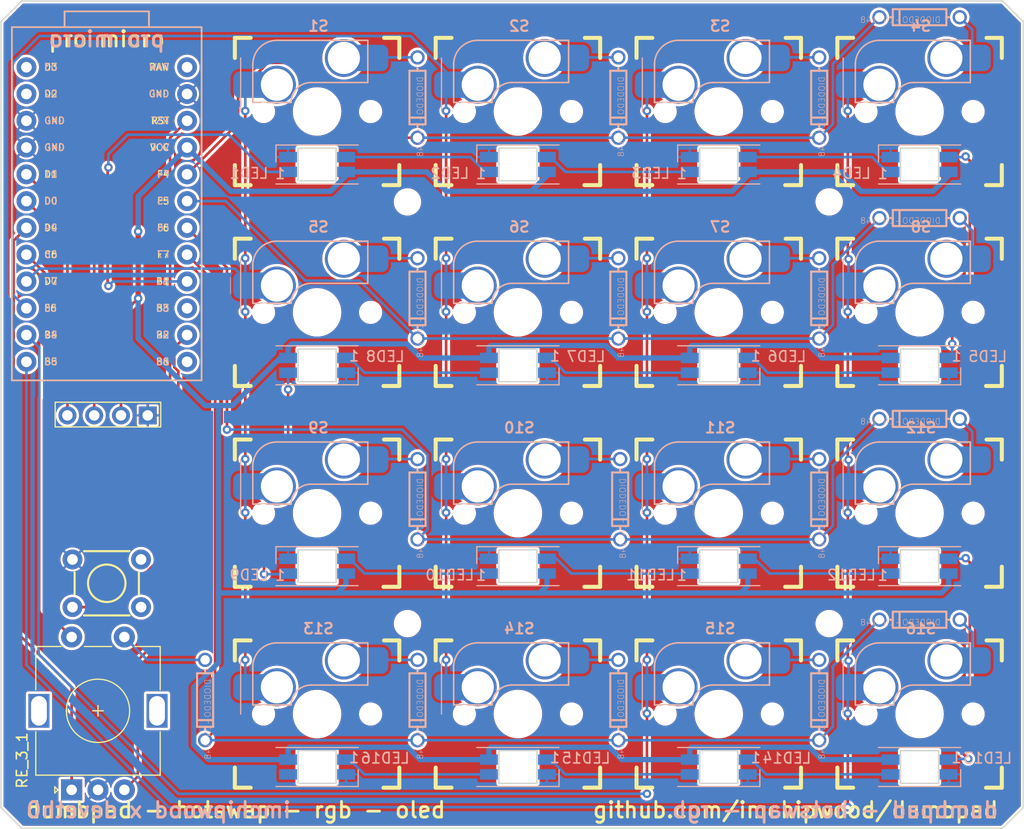
<source format=kicad_pcb>
(kicad_pcb (version 20211014) (generator pcbnew)
  (layers (0 "F.Cu" signal) (31 "B.Cu" signal) (34 "B.Paste" user) (35 "F.Paste" user) (36 "B.SilkS" user "B.Silkscreen") (37 "F.SilkS" user "F.Silkscreen") (38 "B.Mask" user) (39 "F.Mask" user) (44 "Edge.Cuts" user))
  (net 0 "")
  (net 1 "GND")
  (net 2 "/RAW")
  (net 3 "/RESET")
  (net 4 "/ROW0")
  (net 5 "/ROW1")
  (net 6 "VCC")
  (net 7 "/ROW2")
  (net 8 "/ROW3")
  (net 9 "/SCL")
  (net 10 "/SDA")
  (net 11 "/ENCODER0_L0")
  (net 13 "/COL4")
  (net 14 "/COL3")
  (net 15 "/COL2")
  (net 16 "/COL1")
  (net 17 "/COL0")
  (net 18 "/ENCODER0_L1")
  (net 19 "/NC{slash}RX{slash}D2")
  (net 20 "/NC{slash}TX{slash}D3")
  (net 21 "Net-(D1-PadA)")
  (net 22 "Net-(D2-PadA)")
  (net 23 "Net-(D3-PadA)")
  (net 24 "Net-(D4-PadA)")
  (net 25 "Net-(D5-PadA)")
  (net 26 "Net-(D6-PadA)")
  (net 27 "Net-(D7-PadA)")
  (net 28 "Net-(D8-PadA)")
  (net 29 "Net-(D9-PadA)")
  (net 30 "Net-(D10-PadA)")
  (net 31 "Net-(D11-PadA)")
  (net 32 "Net-(D12-PadA)")
  (net 33 "Net-(D13-PadA)")
  (net 34 "Net-(D14-PadA)")
  (net 35 "Net-(D15-PadA)")
  (net 36 "Net-(D16-PadA)")
  (net 38 "Net-(D20-PadA)")
  (net 39 "/KEY_LEDS")
  (net 40 "Net-(LED1-Pad2)")
  (net 41 "Net-(LED2-Pad2)")
  (net 42 "Net-(LED3-Pad2)")
  (net 43 "Net-(LED4-Pad2)")
  (net 44 "Net-(LED5-Pad2)")
  (net 45 "Net-(LED6-Pad2)")
  (net 46 "Net-(LED7-Pad2)")
  (net 47 "Net-(LED8-Pad2)")
  (net 48 "Net-(LED10-Pad4)")
  (net 49 "Net-(LED10-Pad2)")
  (net 50 "Net-(LED11-Pad2)")
  (net 51 "Net-(LED12-Pad2)")
  (net 52 "Net-(LED13-Pad2)")
  (net 53 "Net-(LED14-Pad2)")
  (net 54 "Net-(LED15-Pad2)")
  (footprint "dumbpad:TACTILE_SWITCH_PTH_6.0MM" (layer "F.Cu") (at 110.0511 121.0036)
    (fp_text reference "S17" hide)
    (fp_text value "MOMENTARY-SWITCH-SPST-PTH-6.0MM" hide)
  )
  (footprint "MountingHole:MountingHole_2.1mm" (layer "F.Cu") (at 138.5761 124.8286)
    (fp_text reference "REF**")
    (fp_text value "MountingHole_2.1mm")
  )
  (footprint "MountingHole:MountingHole_2.1mm" (layer "F.Cu") (at 178.5761 124.8286)
    (fp_text reference "REF**")
    (fp_text value "MountingHole_2.1mm")
  )
  (footprint "dumbpad:SPARKFUN_PRO_MICRO" (layer "F.Cu") (at 110.0511 84.7536)
    (fp_text reference "B1" hide)
    (fp_text value "SPARKFUN_PRO_MICRO" hide)
  )
  (footprint "dumbpad:OLED" (layer "F.Cu") (at 104.14 106.68 90)
    (fp_text reference "J1" hide)
    (fp_text value "Conn_01x04_Female" hide)
  )
  (footprint "Rotary_Encoder:RotaryEncoder_Alps_EC11E-Switch_Vertical_H20mm" (layer "F.Cu") (at 106.72 140.6 90)
    (fp_text reference "RE_3_1")
    (fp_text value "CHERRY-MX-ENCODER")
  )
  (footprint "MountingHole:MountingHole_2.1mm" (layer "F.Cu") (at 138.5761 84.8286)
    (fp_text reference "REF**")
    (fp_text value "MountingHole_2.1mm")
  )
  (footprint "MountingHole:MountingHole_2.1mm" (layer "F.Cu") (at 178.5761 84.8286)
    (fp_text reference "REF**")
    (fp_text value "MountingHole_2.1mm")
  )
  (footprint "Keyswitch:Kailh-CPG151101S11_MX_Socket-1.00u" (layer "B.Cu") (at 130.0011 76.2536 180)
    (fp_text reference "S1")
    (fp_text value "MOMENTARY-SWITCH-SPST-LED-PTH-CHERRY" hide)
  )
  (footprint "dumbpad:DO-1N4148" (layer "B.Cu") (at 158.75 113.03 -90)
    (fp_text reference "D10" hide)
    (fp_text value "DIODEDO-1N4148")
  )
  (footprint "Library:YS-SK6812MINI-E" (layer "B.Cu") (at 149.0511 100.33 180)
    (fp_text reference "LED7")
    (fp_text value "SK6812MINI")
    (fp_line (start -1.8 -1.55) (end 1.8 -1.55) (layer "Edge.Cuts") (width 0.12))
    (fp_line (start 1.8 -1.55) (end 1.8 1.55) (layer "Edge.Cuts") (width 0.12))
    (fp_line (start 1.8 1.55) (end -1.8 1.55) (layer "Edge.Cuts") (width 0.12))
    (fp_line (start -1.8 1.55) (end -1.8 -1.55) (layer "Edge.Cuts") (width 0.12))
  )
  (footprint "Keyswitch:Kailh-CPG151101S11_MX_Socket-1.00u" (layer "B.Cu") (at 168.1011 133.4036 180)
    (fp_text reference "S15")
    (fp_text value "MOMENTARY-SWITCH-SPST-LED-PTH-CHERRY" hide)
  )
  (footprint "Keyswitch:Kailh-CPG151101S11_MX_Socket-1.00u" (layer "B.Cu") (at 187.1511 95.3036 180)
    (fp_text reference "S8")
    (fp_text value "MOMENTARY-SWITCH-SPST-LED-PTH-CHERRY" hide)
  )
  (footprint "Keyswitch:Kailh-CPG151101S11_MX_Socket-1.00u" (layer "B.Cu") (at 149.0511 76.2536 180)
    (fp_text reference "S2")
    (fp_text value "MOMENTARY-SWITCH-SPST-LED-PTH-CHERRY" hide)
  )
  (footprint "dumbpad:DO-1N4148" (layer "B.Cu") (at 187.1511 86.36 180)
    (fp_text reference "D8" hide)
    (fp_text value "DIODEDO-1N4148")
  )
  (footprint "dumbpad:DO-1N4148" (layer "B.Cu") (at 158.5761 93.98 -90)
    (fp_text reference "D6" hide)
    (fp_text value "DIODEDO-1N4148")
  )
  (footprint "Library:YS-SK6812MINI-E" (layer "B.Cu") (at 187.1511 81.28)
    (fp_text reference "LED4")
    (fp_text value "SK6812MINI")
    (fp_line (start 1.8 1.55) (end -1.8 1.55) (layer "Edge.Cuts") (width 0.12))
    (fp_line (start -1.8 -1.55) (end 1.8 -1.55) (layer "Edge.Cuts") (width 0.12))
    (fp_line (start -1.8 1.55) (end -1.8 -1.55) (layer "Edge.Cuts") (width 0.12))
    (fp_line (start 1.8 -1.55) (end 1.8 1.55) (layer "Edge.Cuts") (width 0.12))
  )
  (footprint "Keyswitch:Kailh-CPG151101S11_MX_Socket-1.00u" (layer "B.Cu") (at 187.1511 76.2536 180)
    (fp_text reference "S4")
    (fp_text value "MOMENTARY-SWITCH-SPST-LED-PTH-CHERRY" hide)
  )
  (footprint "Keyswitch:Kailh-CPG151101S11_MX_Socket-1.00u" (layer "B.Cu") (at 130.0011 95.3036 180)
    (fp_text reference "S5")
    (fp_text value "MOMENTARY-SWITCH-SPST-LED-PTH-CHERRY" hide)
  )
  (footprint "dumbpad:DO-1N4148" (layer "B.Cu") (at 187.1511 67.31 180)
    (fp_text reference "D4" hide)
    (fp_text value "DIODEDO-1N4148")
  )
  (footprint "Library:YS-SK6812MINI-E" (layer "B.Cu") (at 187.1511 119.38)
    (fp_text reference "LED12")
    (fp_text value "SK6812MINI")
    (fp_line (start 1.8 -1.55) (end 1.8 1.55) (layer "Edge.Cuts") (width 0.12))
    (fp_line (start -1.8 -1.55) (end 1.8 -1.55) (layer "Edge.Cuts") (width 0.12))
    (fp_line (start 1.8 1.55) (end -1.8 1.55) (layer "Edge.Cuts") (width 0.12))
    (fp_line (start -1.8 1.55) (end -1.8 -1.55) (layer "Edge.Cuts") (width 0.12))
  )
  (footprint "Library:YS-SK6812MINI-E" (layer "B.Cu") (at 168.1011 81.28)
    (fp_text reference "LED3")
    (fp_text value "SK6812MINI")
    (fp_line (start -1.8 -1.55) (end 1.8 -1.55) (layer "Edge.Cuts") (width 0.12))
    (fp_line (start 1.8 -1.55) (end 1.8 1.55) (layer "Edge.Cuts") (width 0.12))
    (fp_line (start -1.8 1.55) (end -1.8 -1.55) (layer "Edge.Cuts") (width 0.12))
    (fp_line (start 1.8 1.55) (end -1.8 1.55) (layer "Edge.Cuts") (width 0.12))
  )
  (footprint "Keyswitch:Kailh-CPG151101S11_MX_Socket-1.00u" (layer "B.Cu") (at 149.0511 133.4036 180)
    (fp_text reference "S14")
    (fp_text value "MOMENTARY-SWITCH-SPST-LED-PTH-CHERRY" hide)
  )
  (footprint "Keyswitch:Kailh-CPG151101S11_MX_Socket-1.00u" (layer "B.Cu") (at 168.1011 114.3536 180)
    (fp_text reference "S11")
    (fp_text value "MOMENTARY-SWITCH-SPST-LED-PTH-CHERRY" hide)
  )
  (footprint "Library:YS-SK6812MINI-E" (layer "B.Cu") (at 130.0011 138.43 180)
    (fp_text reference "LED16")
    (fp_text value "SK6812MINI")
    (fp_line (start -1.8 -1.55) (end 1.8 -1.55) (layer "Edge.Cuts") (width 0.12))
    (fp_line (start 1.8 1.55) (end -1.8 1.55) (layer "Edge.Cuts") (width 0.12))
    (fp_line (start 1.8 -1.55) (end 1.8 1.55) (layer "Edge.Cuts") (width 0.12))
    (fp_line (start -1.8 1.55) (end -1.8 -1.55) (layer "Edge.Cuts") (width 0.12))
  )
  (footprint "Keyswitch:Kailh-CPG151101S11_MX_Socket-1.00u" (layer "B.Cu") (at 168.1011 95.3036 180)
    (fp_text reference "S7")
    (fp_text value "MOMENTARY-SWITCH-SPST-LED-PTH-CHERRY" hide)
  )
  (footprint "Keyswitch:Kailh-CPG151101S11_MX_Socket-1.00u" (layer "B.Cu") (at 149.0511 95.3036 180)
    (fp_text reference "S6")
    (fp_text value "MOMENTARY-SWITCH-SPST-LED-PTH-CHERRY" hide)
  )
  (footprint "dumbpad:DO-1N4148" (layer "B.Cu") (at 139.5261 113.03 -90)
    (fp_text reference "D9" hide)
    (fp_text value "DIODEDO-1N4148")
  )
  (footprint "dumbpad:DO-1N4148" (layer "B.Cu") (at 177.6261 113.03 -90)
    (fp_text reference "D11" hide)
    (fp_text value "DIODEDO-1N4148")
  )
  (footprint "Library:YS-SK6812MINI-E" (layer "B.Cu") (at 149.0511 119.38)
    (fp_text reference "LED10")
    (fp_text value "SK6812MINI")
    (fp_line (start -1.8 1.55) (end -1.8 -1.55) (layer "Edge.Cuts") (width 0.12))
    (fp_line (start 1.8 1.55) (end -1.8 1.55) (layer "Edge.Cuts") (width 0.12))
    (fp_line (start 1.8 -1.55) (end 1.8 1.55) (layer "Edge.Cuts") (width 0.12))
    (fp_line (start -1.8 -1.55) (end 1.8 -1.55) (layer "Edge.Cuts") (width 0.12))
  )
  (footprint "dumbpad:DO-1N4148" (layer "B.Cu") (at 139.5261 132.08 -90)
    (fp_text reference "D13" hide)
    (fp_text value "DIODEDO-1N4148")
  )
  (footprint "Library:YS-SK6812MINI-E" (layer "B.Cu") (at 149.0511 81.28)
    (fp_text reference "LED2")
    (fp_text value "SK6812MINI")
    (fp_line (start -1.8 -1.55) (end 1.8 -1.55) (layer "Edge.Cuts") (width 0.12))
    (fp_line (start 1.8 1.55) (end -1.8 1.55) (layer "Edge.Cuts") (width 0.12))
    (fp_line (start -1.8 1.55) (end -1.8 -1.55) (layer "Edge.Cuts") (width 0.12))
    (fp_line (start 1.8 -1.55) (end 1.8 1.55) (layer "Edge.Cuts") (width 0.12))
  )
  (footprint "Keyswitch:Kailh-CPG151101S11_MX_Socket-1.00u" (layer "B.Cu") (at 187.1511 114.3536 180)
    (fp_text reference "S12")
    (fp_text value "MOMENTARY-SWITCH-SPST-LED-PTH-CHERRY" hide)
  )
  (footprint "dumbpad:DO-1N4148" (layer "B.Cu") (at 119.38 132.08 -90)
    (fp_text reference "D20" hide)
    (fp_text value "DIODEDO-1N4148")
  )
  (footprint "Library:YS-SK6812MINI-E" (layer "B.Cu") (at 187.1511 138.43 180)
    (fp_text reference "LED13")
    (fp_text value "SK6812MINI")
    (fp_line (start -1.8 -1.55) (end 1.8 -1.55) (layer "Edge.Cuts") (width 0.12))
    (fp_line (start 1.8 -1.55) (end 1.8 1.55) (layer "Edge.Cuts") (width 0.12))
    (fp_line (start 1.8 1.55) (end -1.8 1.55) (layer "Edge.Cuts") (width 0.12))
    (fp_line (start -1.8 1.55) (end -1.8 -1.55) (layer "Edge.Cuts") (width 0.12))
  )
  (footprint "dumbpad:DO-1N4148" (layer "B.Cu") (at 177.6261 93.98 -90)
    (fp_text reference "D7" hide)
    (fp_text value "DIODEDO-1N4148")
  )
  (footprint "Library:YS-SK6812MINI-E" (layer "B.Cu") (at 187.1511 100.33 180)
    (fp_text reference "LED5")
    (fp_text value "SK6812MINI")
    (fp_line (start 1.8 -1.55) (end 1.8 1.55) (layer "Edge.Cuts") (width 0.12))
    (fp_line (start -1.8 1.55) (end -1.8 -1.55) (layer "Edge.Cuts") (width 0.12))
    (fp_line (start 1.8 1.55) (end -1.8 1.55) (layer "Edge.Cuts") (width 0.12))
    (fp_line (start -1.8 -1.55) (end 1.8 -1.55) (layer "Edge.Cuts") (width 0.12))
  )
  (footprint "Keyswitch:Kailh-CPG151101S11_MX_Socket-1.00u" (layer "B.Cu") (at 168.1011 76.2536 180)
    (fp_text reference "S3")
    (fp_text value "MOMENTARY-SWITCH-SPST-LED-PTH-CHERRY" hide)
  )
  (footprint "dumbpad:DO-1N4148" (layer "B.Cu") (at 139.5261 93.98 -90)
    (fp_text reference "D5" hide)
    (fp_text value "DIODEDO-1N4148")
  )
  (footprint "dumbpad:DO-1N4148" (layer "B.Cu") (at 187.1511 124.46 180)
    (fp_text reference "D16" hide)
    (fp_text value "DIODEDO-1N4148")
  )
  (footprint "dumbpad:DO-1N4148" (layer "B.Cu") (at 158.5761 132.08 -90)
    (fp_text reference "D14" hide)
    (fp_text value "DIODEDO-1N4148")
  )
  (footprint "dumbpad:DO-1N4148" (layer "B.Cu") (at 177.6261 74.93 -90)
    (fp_text reference "D3" hide)
    (fp_text value "DIODEDO-1N4148")
  )
  (footprint "dumbpad:DO-1N4148" (layer "B.Cu") (at 177.6261 132.08 -90)
    (fp_text reference "D15" hide)
    (fp_text value "DIODEDO-1N4148")
  )
  (footprint "Library:YS-SK6812MINI-E" (layer "B.Cu") (at 168.1011 100.33 180)
    (fp_text reference "LED6")
    (fp_text value "SK6812MINI")
    (fp_line (start -1.8 1.55) (end -1.8 -1.55) (layer "Edge.Cuts") (width 0.12))
    (fp_line (start 1.8 1.55) (end -1.8 1.55) (layer "Edge.Cuts") (width 0.12))
    (fp_line (start 1.8 -1.55) (end 1.8 1.55) (layer "Edge.Cuts") (width 0.12))
    (fp_line (start -1.8 -1.55) (end 1.8 -1.55) (layer "Edge.Cuts") (width 0.12))
  )
  (footprint "Library:YS-SK6812MINI-E" (layer "B.Cu") (at 130.0011 81.28)
    (fp_text reference "LED1")
    (fp_text value "SK6812MINI")
    (fp_line (start 1.8 -1.55) (end 1.8 1.55) (layer "Edge.Cuts") (width 0.12))
    (fp_line (start 1.8 1.55) (end -1.8 1.55) (layer "Edge.Cuts") (width 0.12))
    (fp_line (start -1.8 -1.55) (end 1.8 -1.55) (layer "Edge.Cuts") (width 0.12))
    (fp_line (start -1.8 1.55) (end -1.8 -1.55) (layer "Edge.Cuts") (width 0.12))
  )
  (footprint "Keyswitch:Kailh-CPG151101S11_MX_Socket-1.00u" (layer "B.Cu") (at 130.0011 133.4072 180)
    (fp_text reference "S13")
    (fp_text value "MOMENTARY-SWITCH-SPST-LED-PTH-CHERRY" hide)
  )
  (footprint "Library:YS-SK6812MINI-E" (layer "B.Cu") (at 130.0011 119.38)
    (fp_text reference "LED9")
    (fp_text value "SK6812MINI")
    (fp_line (start -1.8 1.55) (end -1.8 -1.55) (layer "Edge.Cuts") (width 0.12))
    (fp_line (start -1.8 -1.55) (end 1.8 -1.55) (layer "Edge.Cuts") (width 0.12))
    (fp_line (start 1.8 1.55) (end -1.8 1.55) (layer "Edge.Cuts") (width 0.12))
    (fp_line (start 1.8 -1.55) (end 1.8 1.55) (layer "Edge.Cuts") (width 0.12))
  )
  (footprint "Keyswitch:Kailh-CPG151101S11_MX_Socket-1.00u" (layer "B.Cu") (at 130.0011 114.3536 180)
    (fp_text reference "S9")
    (fp_text value "MOMENTARY-SWITCH-SPST-LED-PTH-CHERRY" hide)
  )
  (footprint "Library:YS-SK6812MINI-E" (layer "B.Cu") (at 168.1011 119.38)
    (fp_text reference "LED11")
    (fp_text value "SK6812MINI")
    (fp_line (start 1.8 -1.55) (end 1.8 1.55) (layer "Edge.Cuts") (width 0.12))
    (fp_line (start -1.8 -1.55) (end 1.8 -1.55) (layer "Edge.Cuts") (width 0.12))
    (fp_line (start 1.8 1.55) (end -1.8 1.55) (layer "Edge.Cuts") (width 0.12))
    (fp_line (start -1.8 1.55) (end -1.8 -1.55) (layer "Edge.Cuts") (width 0.12))
  )
  (footprint "dumbpad:DO-1N4148" (layer "B.Cu") (at 139.5261 74.93 -90)
    (fp_text reference "D1" hide)
    (fp_text value "DIODEDO-1N4148")
  )
  (footprint "Keyswitch:Kailh-CPG151101S11_MX_Socket-1.00u" (layer "B.Cu") (at 187.1511 133.4072 180)
    (fp_text reference "S16")
    (fp_text value "MOMENTARY-SWITCH-SPST-LED-PTH-CHERRY" hide)
  )
  (footprint "Library:YS-SK6812MINI-E" (layer "B.Cu") (at 149.0511 138.43 180)
    (fp_text reference "LED15")
    (fp_text value "SK6812MINI")
    (fp_line (start 1.8 1.55) (end -1.8 1.55) (layer "Edge.Cuts") (width 0.12))
    (fp_line (start -1.8 -1.55) (end 1.8 -1.55) (layer "Edge.Cuts") (width 0.12))
    (fp_line (start -1.8 1.55) (end -1.8 -1.55) (layer "Edge.Cuts") (width 0.12))
    (fp_line (start 1.8 -1.55) (end 1.8 1.55) (layer "Edge.Cuts") (width 0.12))
  )
  (footprint "dumbpad:DO-1N4148" (layer "B.Cu") (at 187.1511 105.41 180)
    (fp_text reference "D12" hide)
    (fp_text value "DIODEDO-1N4148")
  )
  (footprint "Library:YS-SK6812MINI-E" (layer "B.Cu") (at 130.0011 100.33 180)
    (fp_text reference "LED8")
    (fp_text value "SK6812MINI")
    (fp_line (start 1.8 1.55) (end -1.8 1.55) (layer "Edge.Cuts") (width 0.12))
    (fp_line (start -1.8 1.55) (end -1.8 -1.55) (layer "Edge.Cuts") (width 0.12))
    (fp_line (start -1.8 -1.55) (end 1.8 -1.55) (layer "Edge.Cuts") (width 0.12))
    (fp_line (start 1.8 -1.55) (end 1.8 1.55) (layer "Edge.Cuts") (width 0.12))
  )
  (footprint "dumbpad:DO-1N4148" (layer "B.Cu") (at 158.5761 74.93 -90)
    (fp_text reference "D2" hide)
    (fp_text value "DIODEDO-1N4148")
  )
  (footprint "Library:YS-SK6812MINI-E" (layer "B.Cu") (at 168.1011 138.43 180)
    (fp_text reference "LED14")
    (fp_text value "SK6812MINI")
    (fp_line (start -1.8 -1.55) (end 1.8 -1.55) (layer "Edge.Cuts") (width 0.12))
    (fp_line (start -1.8 1.55) (end -1.8 -1.55) (layer "Edge.Cuts") (width 0.12))
    (fp_line (start 1.8 -1.55) (end 1.8 1.55) (layer "Edge.Cuts") (width 0.12))
    (fp_line (start 1.8 1.55) (end -1.8 1.55) (layer "Edge.Cuts") (width 0.12))
  )
  (footprint "Keyswitch:Kailh-CPG151101S11_MX_Socket-1.00u" (layer "B.Cu") (at 149.0511 114.3536 180)
    (fp_text reference "S10")
    (fp_text value "MOMENTARY-SWITCH-SPST-LED-PTH-CHERRY" hide)
  )
  (gr_line (start 106.0511 68.2536) (end 114.0511 68.2536) (layer "B.SilkS") (width 0.1524))
  (gr_line (start 114.0511 68.2536) (end 119.0511 68.2536) (layer "B.SilkS") (width 0.1524))
  (gr_line (start 106.0511 66.7536) (end 114.0511 66.7536) (layer "B.SilkS") (width 0.1524))
  (gr_line (start 101.0511 68.2536) (end 106.0511 68.2536) (layer "B.SilkS") (width 0.1524))
  (gr_line (start 119.0511 68.2536) (end 119.0511 101.7536) (layer "B.SilkS") (width 0.1524))
  (gr_line (start 106.0511 68.2536) (end 106.0511 66.7536) (layer "B.SilkS") (width 0.1524))
  (gr_line (start 114.0511 66.7536) (end 114.0511 68.2536) (layer "B.SilkS") (width 0.1524))
  (gr_line (start 119.0511 101.7536) (end 101.0511 101.7536) (layer "B.SilkS") (width 0.1524))
  (gr_line (start 101.0511 101.7536) (end 101.0511 68.2536) (layer "B.SilkS") (width 0.1524))
  (gr_line (start 119.0511 68.2536) (end 119.0511 101.7536) (layer "F.SilkS") (width 0.1524))
  (gr_line (start 106.0511 66.7536) (end 114.0511 66.7536) (layer "F.SilkS") (width 0.1524))
  (gr_line (start 106.0511 68.2536) (end 106.0511 66.7536) (layer "F.SilkS") (width 0.1524))
  (gr_line (start 114.0511 66.7536) (end 114.0511 68.2536) (layer "F.SilkS") (width 0.1524))
  (gr_line (start 114.0511 68.2536) (end 119.0511 68.2536) (layer "F.SilkS") (width 0.1524))
  (gr_line (start 101.0511 68.2536) (end 106.0511 68.2536) (layer "F.SilkS") (width 0.1524))
  (gr_line (start 101.0511 101.7536) (end 101.0511 68.2536) (layer "F.SilkS") (width 0.1524))
  (gr_line (start 119.0511 101.7536) (end 101.0511 101.7536) (layer "F.SilkS") (width 0.1524))
  (gr_line (start 106.0511 68.2536) (end 114.0511 68.2536) (layer "F.SilkS") (width 0.1524))
  (gr_line (start 197.0011 67.7536) (end 195.0011 65.7536) (layer "Edge.Cuts") (width 0.1524))
  (gr_line (start 100.0011 67.7536) (end 100.0011 142.2536) (layer "Edge.Cuts") (width 0.1524))
  (gr_line (start 102.0011 65.7536) (end 100.0011 67.7536) (layer "Edge.Cuts") (width 0.1524))
  (gr_line (start 100.0011 142.2536) (end 102.0011 144.2536) (layer "Edge.Cuts") (width 0.1524))
  (gr_line (start 197.0011 142.2536) (end 197.0011 67.7536) (layer "Edge.Cuts") (width 0.1524))
  (gr_line (start 195.0011 144.2536) (end 197.0011 142.2536) (layer "Edge.Cuts") (width 0.1524))
  (gr_line (start 195.0011 65.7536) (end 102.0011 65.7536) (layer "Edge.Cuts") (width 0.1524))
  (gr_line (start 102.0011 144.2536) (end 195.0011 144.2536) (layer "Edge.Cuts") (width 0.1524))
  (gr_text "pro micro" (at 110.0511 70.2536) (layer "B.SilkS") (effects (font (size 1.4875 1.4875) (thickness 0.2625)) (justify bottom mirror)))
  (gr_text "C6" (at 104.0511 89.8236) (layer "B.SilkS") (effects (font (size 0.6375 0.6375) (thickness 0.1125)) (justify right mirror)))
  (gr_text "E6" (at 104.0511 94.9036) (layer "B.SilkS") (effects (font (size 0.6375 0.6375) (thickness 0.1125)) (justify right mirror)))
  (gr_text "B3" (at 116.0511 94.9036) (layer "B.SilkS") (effects (font (size 0.6375 0.6375) (thickness 0.1125)) (justify left mirror)))
  (gr_text "VCC" (at 116.0511 79.6636) (layer "B.SilkS") (effects (font (size 0.6375 0.6375) (thickness 0.1125)) (justify left mirror)))
  (gr_text "F6" (at 116.0511 87.2836) (layer "B.SilkS") (effects (font (size 0.6375 0.6375) (thickness 0.1125)) (justify left mirror)))
  (gr_text "D7" (at 104.0511 92.3636) (layer "B.SilkS") (effects (font (size 0.6375 0.6375) (thickness 0.1125)) (justify right mirror)))
  (gr_text "F7" (at 116.0511 89.8236) (layer "B.SilkS") (effects (font (size 0.6375 0.6375) (thickness 0.1125)) (justify left mirror)))
  (gr_text "GND" (at 104.0511 79.6636) (layer "B.SilkS") (effects (font (size 0.6375 0.6375) (thickness 0.1125)) (justify right mirror)))
  (gr_text "B6" (at 116.0511 99.9836) (layer "B.SilkS") (effects (font (size 0.6375 0.6375) (thickness 0.1125)) (justify left mirror)))
  (gr_text "D4" (at 104.0511 87.2836) (layer "B.SilkS") (effects (font (size 0.6375 0.6375) (thickness 0.1125)) (justify right mirror)))
  (gr_text "B5" (at 104.0511 99.9836) (layer "B.SilkS") (effects (font (size 0.6375 0.6375) (thickness 0.1125)) (justify right mirror)))
  (gr_text "RST" (at 116.0511 77.1236) (layer "B.SilkS") (effects (font (size 0.6375 0.6375) (thickness 0.1125)) (justify left mirror)))
  (gr_text "RAW" (at 116.0511 72.0436) (layer "B.SilkS") (effects (font (size 0.6375 0.6375) (thickness 0.1125)) (justify left mirror)))
  (gr_text "GND" (at 116.0511 74.5836) (layer "B.SilkS") (effects (font (size 0.6375 0.6375) (thickness 0.1125)) (justify left mirror)))
  (gr_text "D3" (at 104.0511 72.0436) (layer "B.SilkS") (effects (font (size 0.6375 0.6375) (thickness 0.1125)) (justify right mirror)))
  (gr_text "D0" (at 104.0511 84.7436) (layer "B.SilkS") (effects (font (size 0.6375 0.6375) (thickness 0.1125)) (justify right mirror)))
  (gr_text "B1" (at 116.0511 92.3636) (layer "B.SilkS") (effects (font (size 0.6375 0.6375) (thickness 0.1125)) (justify left mirror)))
  (gr_text "B2" (at 116.0511 97.4436) (layer "B.SilkS") (effects (font (size 0.6375 0.6375) (thickness 0.1125)) (justify left mirror)))
  (gr_text "D1" (at 104.0511 82.2036) (layer "B.SilkS") (effects (font (size 0.6375 0.6375) (thickness 0.1125)) (justify right mirror)))
  (gr_text "imchipwood x deveth0" (at 102.2511 143.3786) (layer "B.SilkS") (effects (font (size 1.4875 1.4875) (thickness 0.2625)) (justify right bottom mirror)))
  (gr_text "D2" (at 104.0511 74.5836) (layer "B.SilkS") (effects (font (size 0.6375 0.6375) (thickness 0.1125)) (justify right mirror)))
  (gr_text "F5" (at 116.0511 84.7436) (layer "B.SilkS") (effects (font (size 0.6375 0.6375) (thickness 0.1125)) (justify left mirror)))
  (gr_text "GND" (at 104.0511 77.1236) (layer "B.SilkS") (effects (font (size 0.6375 0.6375) (thickness 0.1125)) (justify right mirror)))
  (gr_text "B4" (at 104.0511 97.4436) (layer "B.SilkS") (effects (font (size 0.6375 0.6375) (thickness 0.1125)) (justify right mirror)))
  (gr_text "dumbpad - hotswap - rgb" (at 194.7511 143.3786) (layer "B.SilkS") (effects (font (size 1.4875 1.4875) (thickness 0.2625)) (justify left bottom mirror)))
  (gr_text "F4" (at 116.0511 82.2036) (layer "B.SilkS") (effects (font (size 0.6375 0.6375) (thickness 0.1125)) (justify left mirror)))
  (gr_text "D4" (at 104.0511 87.2836) (layer "F.SilkS") (effects (font (size 0.6375 0.6375) (thickness 0.1125)) (justify left)))
  (gr_text "F7" (at 116.0511 89.8236) (layer "F.SilkS") (effects (font (size 0.6375 0.6375) (thickness 0.1125)) (justify right)))
  (gr_text "B5" (at 104.0511 99.9836) (layer "F.SilkS") (effects (font (size 0.6375 0.6375) (thickness 0.1125)) (justify left)))
  (gr_text "D7" (at 104.0511 92.3636) (layer "F.SilkS") (effects (font (size 0.6375 0.6375) (thickness 0.1125)) (justify left)))
  (gr_text "B1" (at 116.0511 92.3636) (layer "F.SilkS") (effects (font (size 0.6375 0.6375) (thickness 0.1125)) (justify right)))
  (gr_text "B2" (at 116.0511 97.4436) (layer "F.SilkS") (effects (font (size 0.6375 0.6375) (thickness 0.1125)) (justify right)))
  (gr_text "C6" (at 104.0511 89.8236) (layer "F.SilkS") (effects (font (size 0.6375 0.6375) (thickness 0.1125)) (justify left)))
  (gr_text "B4" (at 104.0511 97.4436) (layer "F.SilkS") (effects (font (size 0.6375 0.6375) (thickness 0.1125)) (justify left)))
  (gr_text "D3" (at 104.0511 72.0436) (layer "F.SilkS") (effects (font (size 0.6375 0.6375) (thickness 0.1125)) (justify left)))
  (gr_text "VCC" (at 116.0511 79.6636) (layer "F.SilkS") (effects (font (size 0.6375 0.6375) (thickness 0.1125)) (justify right)))
  (gr_text "E6" (at 104.0511 94.9036) (layer "F.SilkS") (effects (font (size 0.6375 0.6375) (thickness 0.1125)) (justify left)))
  (gr_text "pro micro" (at 110.0511 70.2536) (layer "F.SilkS") (effects (font (size 1.4875 1.4875) (thickness 0.2625)) (justify bottom)))
  (gr_text "RAW" (at 116.0511 72.0436) (layer "F.SilkS") (effects (font (size 0.6375 0.6375) (thickness 0.1125)) (justify right)))
  (gr_text "dumbpad - hotswap - rgb - oled" (at 102.2511 143.3786) (layer "F.SilkS") (effects (font (size 1.4875 1.4875) (thickness 0.2625)) (justify left bottom)))
  (gr_text "D0" (at 104.0511 84.7436) (layer "F.SilkS") (effects (font (size 0.6375 0.6375) (thickness 0.1125)) (justify left)))
  (gr_text "B6" (at 116.0511 99.9836) (layer "F.SilkS") (effects (font (size 0.6375 0.6375) (thickness 0.1125)) (justify right)))
  (gr_text "D2" (at 104.0511 74.5836) (layer "F.SilkS") (effects (font (size 0.6375 0.6375) (thickness 0.1125)) (justify left)))
  (gr_text "F5" (at 116.0511 84.7436) (layer "F.SilkS") (effects (font (size 0.6375 0.6375) (thickness 0.1125)) (justify right)))
  (gr_text "GND" (at 116.0511 74.5836) (layer "F.SilkS") (effects (font (size 0.6375 0.6375) (thickness 0.1125)) (justify right)))
  (gr_text "RST" (at 116.0511 77.1236) (layer "F.SilkS") (effects (font (size 0.6375 0.6375) (thickness 0.1125)) (justify right)))
  (gr_text "F6" (at 116.0511 87.2836) (layer "F.SilkS") (effects (font (size 0.6375 0.6375) (thickness 0.1125)) (justify right)))
  (gr_text "GND" (at 104.0511 77.1236) (layer "F.SilkS") (effects (font (size 0.6375 0.6375) (thickness 0.1125)) (justify left)))
  (gr_text "github.com/imchipwood/dumbpad" (at 194.7511 143.3786) (layer "F.SilkS") (effects (font (size 1.4875 1.4875) (thickness 0.2625)) (justify right bottom)))
  (gr_text "B3" (at 116.0511 94.9036) (layer "F.SilkS") (effects (font (size 0.6375 0.6375) (thickness 0.1125)) (justify right)))
  (gr_text "D1" (at 104.0511 82.2036) (layer "F.SilkS") (effects (font (size 0.6375 0.6375) (thickness 0.1125)) (justify left)))
  (gr_text "F4" (at 116.0511 82.2036) (layer "F.SilkS") (effects (font (size 0.6375 0.6375) (thickness 0.1125)) (justify right)))
  (gr_text "GND" (at 104.0511 79.6636) (layer "F.SilkS") (effects (font (size 0.6375 0.6375) (thickness 0.1125)) (justify left)))
  (segment (start 113.94 78.3247) (end 117.6711 74.5936) (width 0.25) (layer "F.Cu") (net 1))
  (segment (start 113.94 105.08) (end 113.94 78.3247) (width 0.25) (layer "F.Cu") (net 1))
  (segment (start 106.7999 123.2642) (end 110.4158 123.2642) (width 0.25) (layer "F.Cu") (net 3))
  (segment (start 113.806481 119.9602) (end 116.0515 117.715181) (width 0.25) (layer "F.Cu") (net 3))
  (segment (start 116.0515 78.7532) (end 117.6711 77.1336) (width 0.25) (layer "F.Cu") (net 3))
  (segment (start 110.4158 123.2642) (end 113.7198 119.9602) (width 0.25) (layer "F.Cu") (net 3))
  (segment (start 116.0515 117.715181) (end 116.0515 78.7532) (width 0.25) (layer "F.Cu") (net 3))
  (segment (start 113.7198 119.9602) (end 113.806481 119.9602) (width 0.25) (layer "F.Cu") (net 3))
  (segment (start 122.513089 77.371611) (end 122.513089 74.454414) (width 0.25) (layer "F.Cu") (net 4))
  (segment (start 125.330814 71.636689) (end 128.812981 71.636689) (width 0.25) (layer "F.Cu") (net 4))
  (segment (start 133.35 76.254235) (end 135.835765 78.74) (width 0.25) (layer "F.Cu") (net 4))
  (segment (start 133.35 76.173708) (end 133.35 76.254235) (width 0.25) (layer "F.Cu") (net 4))
  (segment (start 122.513089 74.454414) (end 125.330814 71.636689) (width 0.25) (layer "F.Cu") (net 4))
  (segment (start 117.6711 82.2136) (end 122.513089 77.371611) (width 0.25) (layer "F.Cu") (net 4))
  (segment (start 128.812981 71.636689) (end 133.35 76.173708) (width 0.25) (layer "F.Cu") (net 4))
  (segment (start 135.835765 78.74) (end 139.5261 78.74) (width 0.25) (layer "F.Cu") (net 4))
  (segment (start 177.6261 78.74) (end 158.5761 78.74) (width 0.25) (layer "B.Cu") (net 4))
  (segment (start 183.3411 67.31) (end 178.92418 71.72692) (width 0.25) (layer "B.Cu") (net 4))
  (segment (start 158.5761 78.74) (end 139.5261 78.74) (width 0.25) (layer "B.Cu") (net 4))
  (segment (start 178.92418 71.72692) (end 178.92418 77.44192) (width 0.25) (layer "B.Cu") (net 4))
  (segment (start 178.92418 77.44192) (end 177.6261 78.74) (width 0.25) (layer "B.Cu") (net 4))
  (segment (start 139.5261 97.79) (end 134.036611 92.300511) (width 0.25) (layer "B.Cu") (net 5))
  (segment (start 178.92418 90.77692) (end 178.92418 96.49192) (width 0.25) (layer "B.Cu") (net 5))
  (segment (start 183.3411 86.36) (end 178.92418 90.77692) (width 0.25) (layer "B.Cu") (net 5))
  (segment (start 178.92418 96.49192) (end 177.6261 97.79) (width 0.25) (layer "B.Cu") (net 5))
  (segment (start 121.3296 84.7536) (end 117.6711 84.7536) (width 0.25) (layer "B.Cu") (net 5))
  (segment (start 134.036611 92.300511) (end 128.876511 92.300511) (width 0.25) (layer "B.Cu") (net 5))
  (segment (start 128.876511 92.300511) (end 121.3296 84.7536) (width 0.25) (layer "B.Cu") (net 5))
  (segment (start 158.5761 97.79) (end 139.5261 97.79) (width 0.25) (layer "B.Cu") (net 5))
  (segment (start 177.6261 97.79) (end 158.5761 97.79) (width 0.25) (layer "B.Cu") (net 5))
  (segment (start 113.03 93.98) (end 113.03 87.63) (width 0.5) (layer "F.Cu") (net 6))
  (segment (start 111.4 105.08) (end 111.4 95.61) (width 0.25) (layer "F.Cu") (net 6))
  (segment (start 111.4 95.61) (end 113.03 93.98) (width 0.25) (layer "F.Cu") (net 6))
  (via (at 113.03 87.63) (size 0.8) (drill 0.4) (layers "F.Cu" "B.Cu") (net 6))
  (via (at 113.03 93.98) (size 0.8) (drill 0.4) (layers "F.Cu" "B.Cu") (net 6))
  (segment (start 140.4 81.98) (end 142.24 83.82) (width 0.5) (layer "B.Cu") (net 6))
  (segment (start 132.7511 82.340637) (end 132.7511 81.98) (width 0.5) (layer "B.Cu") (net 6))
  (segment (start 120.65 128.522983) (end 120.65 121.92) (width 0.5) (layer "B.Cu") (net 6))
  (segment (start 131.271737 83.82) (end 132.7511 82.340637) (width 0.5) (layer "B.Cu") (net 6))
  (segment (start 165.3511 99.63) (end 165.3511 98.63) (width 0.5) (layer "B.Cu") (net 6))
  (segment (start 118.303089 130.869894) (end 120.65 128.522983) (width 0.5) (layer "B.Cu") (net 6))
  (segment (start 127.2511 99.63) (end 127.2511 98.63) (width 0.5) (layer "B.Cu") (net 6))
  (segment (start 177.862 99.63) (end 184.4011 99.63) (width 0.5) (layer "B.Cu") (net 6))
  (segment (start 139.762 137.73) (end 146.3011 137.73) (width 0.5) (layer "B.Cu") (net 6))
  (segment (start 181.61 83.82) (end 188.421737 83.82) (width 0.5) (layer "B.Cu") (net 6))
  (segment (start 138.58628 136.55428) (end 139.762 137.73) (width 0.5) (layer "B.Cu") (net 6))
  (segment (start 150.321737 83.82) (end 151.8011 82.340637) (width 0.5) (layer "B.Cu") (net 6))
  (segment (start 176.68628 98.45428) (end 177.862 99.63) (width 0.5) (layer "B.Cu") (net 6))
  (segment (start 121.8175 83.82) (end 131.271737 83.82) (width 0.5) (layer "B.Cu") (net 6))
  (segment (start 120.65 104.14) (end 120.65 121.92) (width 0.5) (layer "B.Cu") (net 6))
  (segment (start 165.52682 136.55428) (end 176.68628 136.55428) (width 0.5) (layer "B.Cu") (net 6))
  (segment (start 151.8011 120.08) (end 151.8011 121.2489) (width 0.5) (layer "B.Cu") (net 6))
  (segment (start 165.3511 137.73) (end 165.3511 136.73) (width 0.5) (layer "B.Cu") (net 6))
  (segment (start 131.9111 121.92) (end 189.23 121.92) (width 0.5) (layer "B.Cu") (net 6))
  (segment (start 120.65 104.14) (end 121.92 104.14) (width 0.5) (layer "B.Cu") (net 6))
  (segment (start 117.6711 79.6736) (end 121.8175 83.82) (width 0.5) (layer "B.Cu") (net 6))
  (segment (start 151.8011 121.2489) (end 151.13 121.92) (width 0.5) (layer "B.Cu") (net 6))
  (segment (start 118.303089 130.869894) (end 118.303089 136.336072) (width 0.5) (layer "B.Cu") (net 6))
  (segment (start 176.68628 136.55428) (end 177.862 137.73) (width 0.5) (layer "B.Cu") (net 6))
  (segment (start 127.2511 137.73) (end 127.2511 136.73) (width 0.5) (layer "B.Cu") (net 6))
  (segment (start 170.8511 81.98) (end 179.77 81.98) (width 0.5) (layer "B.Cu") (net 6))
  (segment (start 113.03 87.63) (end 113.03 84.3147) (width 0.5) (layer "B.Cu") (net 6))
  (segment (start 165.3511 98.63) (end 165.52682 98.45428) (width 0.5) (layer "B.Cu") (net 6))
  (segment (start 177.862 137.73) (end 184.4011 137.73) (width 0.5) (layer "B.Cu") (net 6))
  (segment (start 127.5831 98.298) (end 138.511117 98.298) (width 0.5) (layer "B.Cu") (net 6))
  (segment (start 127.42682 136.55428) (end 138.58628 136.55428) (width 0.5) (layer "B.Cu") (net 6))
  (segment (start 189.9011 82.340637) (end 189.9011 81.98) (width 0.5) (layer "B.Cu") (net 6))
  (segment (start 146.3011 137.73) (end 146.3011 136.73) (width 0.5) (layer "B.Cu") (net 6))
  (segment (start 146.47682 136.55428) (end 157.717397 136.55428) (width 0.5) (layer "B.Cu") (net 6))
  (segment (start 146.3011 136.73) (end 146.47682 136.55428) (width 0.5) (layer "B.Cu") (net 6))
  (segment (start 189.9011 121.2489) (end 189.23 121.92) (width 0.5) (layer "B.Cu") (net 6))
  (segment (start 146.3011 98.63) (end 146.47682 98.45428) (width 0.5) (layer "B.Cu") (net 6))
  (segment (start 120.65 121.92) (end 131.9111 121.92) (width 0.5) (layer "B.Cu") (net 6))
  (segment (start 170.8511 82.340637) (end 170.8511 81.98) (width 0.5) (layer "B.Cu") (net 6))
  (segment (start 170.8511 120.08) (end 170.8511 121.2489) (width 0.5) (layer "B.Cu") (net 6))
  (segment (start 113.03 84.3147) (end 117.6711 79.6736) (width 0.5) (layer "B.Cu") (net 6))
  (segment (start 150.321737 83.82) (end 169.371737 83.82) (width 0.5) (layer "B.Cu") (net 6))
  (segment (start 158.558 99.63) (end 165.3511 99.63) (width 0.5) (layer "B.Cu") (net 6))
  (segment (start 126.497278 99.63) (end 121.987278 104.14) (width 0.5) (layer "B.Cu") (net 6))
  (segment (start 121.987278 104.14) (end 121.92 104.14) (width 0.5) (layer "B.Cu") (net 6))
  (segment (start 139.843117 99.63) (end 146.3011 99.63) (width 0.5) (layer "B.Cu") (net 6))
  (segment (start 142.24 83.82) (end 150.321737 83.82) (width 0.5) (layer "B.Cu") (net 6))
  (segment (start 189.9011 120.08) (end 189.9011 121.2489) (width 0.5) (layer "B.Cu") (net 6))
  (segment (start 151.8011 82.340637) (end 151.8011 81.98) (width 0.5) (layer "B.Cu") (net 6))
  (segment (start 146.47682 98.45428) (end 157.38228 98.45428) (width 0.5) (layer "B.Cu") (net 6))
  (segment (start 132.7511 121.08) (end 132.7511 120.08) (width 0.5) (layer "B.Cu") (net 6))
  (segment (start 188.421737 83.82) (end 189.9011 82.340637) (width 0.5) (layer "B.Cu") (net 6))
  (segment (start 170.8511 121.2489) (end 170.18 121.92) (width 0.5) (layer "B.Cu") (net 6))
  (segment (start 138.511117 98.298) (end 139.843117 99.63) (width 0.5) (layer "B.Cu") (net 6))
  (segment (start 113.03 97.79) (end 113.03 93.98) (width 0.5) (layer "B.Cu") (net 6))
  (segment (start 165.52682 98.45428) (end 176.68628 98.45428) (width 0.5) (layer "B.Cu") (net 6))
  (segment (start 119.697017 137.73) (end 127.2511 137.73) (width 0.5) (layer "B.Cu") (net 6))
  (segment (start 119.38 104.14) (end 113.03 97.79) (width 0.5) (layer "B.Cu") (net 6))
  (segment (start 132.7511 81.98) (end 140.4 81.98) (width 0.5) (layer "B.Cu") (net 6))
  (segment (start 127.2511 99.63) (end 126.497278 99.63) (width 0.5) (layer "B.Cu") (net 6))
  (segment (start 127.2511 136.73) (end 127.42682 136.55428) (width 0.5) (layer "B.Cu") (net 6))
  (segment (start 127.2511 98.63) (end 127.5831 98.298) (width 0.5) (layer "B.Cu") (net 6))
  (segment (start 157.717397 136.55428) (end 158.893117 137.73) (width 0.5) (layer "B.Cu") (net 6))
  (segment (start 158.893117 137.73) (end 165.3511 137.73) (width 0.5) (layer "B.Cu") (net 6))
  (segment (start 165.3511 136.73) (end 165.52682 136.55428) (width 0.5) (layer "B.Cu") (net 6))
  (segment (start 118.303089 136.336072) (end 119.697017 137.73) (width 0.5) (layer "B.Cu") (net 6))
  (segment (start 146.3011 99.63) (end 146.3011 98.63) (width 0.5) (layer "B.Cu") (net 6))
  (segment (start 179.77 81.98) (end 181.61 83.82) (width 0.5) (layer "B.Cu") (net 6))
  (segment (start 169.371737 83.82) (end 170.8511 82.340637) (width 0.5) (layer "B.Cu") (net 6))
  (segment (start 157.38228 98.45428) (end 158.558 99.63) (width 0.5) (layer "B.Cu") (net 6))
  (segment (start 131.9111 121.92) (end 132.7511 121.08) (width 0.5) (layer "B.Cu") (net 6))
  (segment (start 120.65 104.14) (end 119.38 104.14) (width 0.5) (layer "B.Cu") (net 6))
  (segment (start 121.4519 91.0744) (end 121.4519 106.426) (width 0.25) (layer "F.Cu") (net 7))
  (segment (start 117.6711 87.2936) (end 121.4519 91.0744) (width 0.25) (layer "F.Cu") (net 7))
  (via (at 121.4519 106.426) (size 0.8) (drill 0.4) (layers "F.Cu" "B.Cu") (net 7))
  (segment (start 138.078307 106.426) (end 140.478011 108.825704) (width 0.25) (layer "B.Cu") (net 7))
  (segment (start 121.4519 106.426) (end 138.078307 106.426) (width 0.25) (layer "B.Cu") (net 7))
  (segment (start 183.3411 105.41) (end 178.92418 109.82692) (width 0.25) (layer "B.Cu") (net 7))
  (segment (start 139.5261 116.84) (end 158.75 116.84) (width 0.25) (layer "B.Cu") (net 7))
  (segment (start 178.92418 115.54192) (end 177.6261 116.84) (width 0.25) (layer "B.Cu") (net 7))
  (segment (start 140.478011 108.825704) (end 140.478011 115.888089) (width 0.25) (layer "B.Cu") (net 7))
  (segment (start 158.75 116.84) (end 177.6261 116.84) (width 0.25) (layer "B.Cu") (net 7))
  (segment (start 140.478011 115.888089) (end 139.5261 116.84) (width 0.25) (layer "B.Cu") (net 7))
  (segment (start 178.92418 109.82692) (end 178.92418 115.54192) (width 0.25) (layer "B.Cu") (net 7))
  (segment (start 120.331911 134.938089) (end 120.331911 92.494411) (width 0.25) (layer "F.Cu") (net 8))
  (segment (start 119.38 135.89) (end 120.331911 134.938089) (width 0.25) (layer "F.Cu") (net 8))
  (segment (start 120.331911 92.494411) (end 117.6711 89.8336) (width 0.25) (layer "F.Cu") (net 8))
  (segment (start 158.5761 135.89) (end 139.5261 135.89) (width 0.25) (layer "B.Cu") (net 8))
  (segment (start 119.38 135.89) (end 139.5261 135.89) (width 0.25) (layer "B.Cu") (net 8))
  (segment (start 183.3411 124.46) (end 178.92418 128.87692) (width 0.25) (layer "B.Cu") (net 8))
  (segment (start 177.6261 135.89) (end 158.5761 135.89) (width 0.25) (layer "B.Cu") (net 8))
  (segment (start 178.92418 134.59192) (end 177.6261 135.89) (width 0.25) (layer "B.Cu") (net 8))
  (segment (start 178.92418 128.87692) (end 178.92418 134.59192) (width 0.25) (layer "B.Cu") (net 8))
  (segment (start 108.86 88.6425) (end 102.4311 82.2136) (width 0.25) (layer "F.Cu") (net 9))
  (segment (start 108.86 105.08) (end 108.86 88.6425) (width 0.25) (layer "F.Cu") (net 9))
  (segment (start 106.32 88.6425) (end 102.4311 84.7536) (width 0.25) (layer "F.Cu") (net 10))
  (segment (start 106.32 105.08) (end 106.32 88.6425) (width 0.25) (layer "F.Cu") (net 10))
  (segment (start 112.996911 139.323089) (end 111.72 140.6) (width 0.25) (layer "F.Cu") (net 11))
  (segment (start 116.84 124.46) (end 112.996911 128.303089) (width 0.25) (layer "F.Cu") (net 11))
  (segment (start 116.4539 100.497781) (end 116.84 100.883881) (width 0.25) (layer "F.Cu") (net 11))
  (segment (start 116.84 100.883881) (end 116.84 124.46) (width 0.25) (layer "F.Cu") (net 11))
  (segment (start 117.6711 97.4536) (end 116.4539 98.6708) (width 0.25) (layer "F.Cu") (net 11))
  (segment (start 112.996911 128.303089) (end 112.996911 139.323089) (width 0.25) (layer "F.Cu") (net 11))
  (segment (start 116.4539 98.6708) (end 116.4539 100.497781) (width 0.25) (layer "F.Cu") (net 11))
  (segment (start 180.34 90.17) (end 180.414191 90.244191) (width 0.25) (layer "F.Cu") (net 13))
  (segment (start 180.34 128.27) (end 180.414191 128.344191) (width 0.25) (layer "F.Cu") (net 13))
  (segment (start 180.34 109.22) (end 180.414191 109.294191) (width 0.25) (layer "F.Cu") (net 13))
  (segment (start 180.34 76.2) (end 180.34 90.17) (width 0.25) (layer "F.Cu") (net 13))
  (segment (start 180.34 114.3) (end 180.34 128.27) (width 0.25) (layer "F.Cu") (net 13))
  (segment (start 180.34 95.25) (end 180.34 109.22) (width 0.25) (layer "F.Cu") (net 13))
  (segment (start 180.34 142.24) (end 180.34 133.35) (width 0.25) (layer "F.Cu") (net 13))
  (via (at 180.34 133.35) (size 0.8) (drill 0.4) (layers "F.Cu" "B.Cu") (net 13))
  (via (at 180.34 142.24) (size 0.8) (drill 0.4) (layers "F.Cu" "B.Cu") (net 13))
  (via (at 180.414191 128.344191) (size 0.8) (drill 0.4) (layers "F.Cu" "B.Cu") (net 13))
  (via (at 180.414191 109.294191) (size 0.8) (drill 0.4) (layers "F.Cu" "B.Cu") (net 13))
  (via (at 180.34 95.25) (size 0.8) (drill 0.4) (layers "F.Cu" "B.Cu") (net 13))
  (via (at 180.34 114.3) (size 0.8) (drill 0.4) (layers "F.Cu" "B.Cu") (net 13))
  (via (at 180.414191 90.244191) (size 0.8) (drill 0.4) (layers "F.Cu" "B.Cu") (net 13))
  (via (at 180.34 76.2) (size 0.8) (drill 0.4) (layers "F.Cu" "B.Cu") (net 13))
  (segment (start 180.414191 92.226691) (end 180.9511 92.7636) (width 0.25) (layer "B.Cu") (net 13))
  (segment (start 180.414191 109.294191) (end 180.414191 111.276691) (width 0.25) (layer "B.Cu") (net 13))
  (segment (start 180.34 133.35) (end 180.34 131.4783) (width 0.25) (layer "B.Cu") (net 13))
  (segment (start 102.4311 99.9936) (end 102.4311 128.757278) (width 0.25) (layer "B.Cu") (net 13))
  (segment (start 180.34 93.3747) (end 180.34 95.25) (width 0.25) (layer "B.Cu") (net 13))
  (segment (start 180.414191 128.344191) (end 180.414191 130.330291) (width 0.25) (layer "B.Cu") (net 13))
  (segment (start 180.414191 90.244191) (end 180.414191 92.226691) (width 0.25) (layer "B.Cu") (net 13))
  (segment (start 180.34 112.4247) (end 180.34 114.3) (width 0.25) (layer "B.Cu") (net 13))
  (segment (start 180.9511 92.7636) (end 180.34 93.3747) (width 0.25) (layer "B.Cu") (net 13))
  (segment (start 180.414191 111.276691) (end 180.9511 111.8136) (width 0.25) (layer "B.Cu") (net 13))
  (segment (start 180.414191 130.330291) (end 180.9511 130.8672) (width 0.25) (layer "B.Cu") (net 13))
  (segment (start 180.34 74.3247) (end 180.34 76.2) (width 0.25) (layer "B.Cu") (net 13))
  (segment (start 180.9511 73.7136) (end 180.34 74.3247) (width 0.25) (layer "B.Cu") (net 13))
  (segment (start 180.34 131.4783) (end 180.9511 130.8672) (width 0.25) (layer "B.Cu") (net 13))
  (segment (start 102.4311 128.757278) (end 115.913822 142.24) (width 0.25) (layer "B.Cu") (net 13))
  (segment (start 115.913822 142.24) (end 180.34 142.24) (width 0.25) (layer "B.Cu") (net 13))
  (segment (start 180.9511 111.8136) (end 180.34 112.4247) (width 0.25) (layer "B.Cu") (net 13))
  (segment (start 161.29 133.35) (end 161.29 140.97) (width 0.25) (layer "F.Cu") (net 14))
  (segment (start 161.29 95.25) (end 161.29 109.22) (width 0.25) (layer "F.Cu") (net 14))
  (segment (start 161.29 114.3) (end 161.29 128.27) (width 0.25) (layer "F.Cu") (net 14))
  (segment (start 161.29 76.2) (end 161.29 90.17) (width 0.25) (layer "F.Cu") (net 14))
  (via (at 161.29 140.97) (size 0.8) (drill 0.4) (layers "F.Cu" "B.Cu") (net 14))
  (via (at 161.29 128.27) (size 0.8) (drill 0.4) (layers "F.Cu" "B.Cu") (net 14))
  (via (at 161.29 95.25) (size 0.8) (drill 0.4) (layers "F.Cu" "B.Cu") (net 14))
  (via (at 161.29 109.22) (size 0.8) (drill 0.4) (layers "F.Cu" "B.Cu") (net 14))
  (via (at 161.29 76.2) (size 0.8) (drill 0.4) (layers "F.Cu" "B.Cu") (net 14))
  (via (at 161.29 133.35) (size 0.8) (drill 0.4) (layers "F.Cu" "B.Cu") (net 14))
  (via (at 161.29 90.17) (size 0.8) (drill 0.4) (layers "F.Cu" "B.Cu") (net 14))
  (via (at 161.29 114.3) (size 0.8) (drill 0.4) (layers "F.Cu" "B.Cu") (net 14))
  (segment (start 161.29 112.4247) (end 161.29 114.3) (width 0.25) (layer "B.Cu") (net 14))
  (segment (start 103.647811 103.362189) (end 103.584389 103.425611) (width 0.25) (layer "B.Cu") (net 14))
  (segment (start 161.29 90.17) (end 161.29 92.1525) (width 0.25) (layer "B.Cu") (net 14))
  (segment (start 161.9011 111.8136) (end 161.29 112.4247) (width 0.25) (layer "B.Cu") (net 14))
  (segment (start 103.584389 103.425611) (end 103.584389 127.714389) (width 0.25) (layer "B.Cu") (net 14))
  (segment (start 161.29 140.97) (end 116.84 140.97) (width 0.25) (layer "B.Cu") (net 14))
  (segment (start 161.29 131.4747) (end 161.9011 130.8636) (width 0.25) (layer "B.Cu") (net 14))
  (segment (start 161.29 111.2025) (end 161.9011 111.8136) (width 0.25) (layer "B.Cu") (net 14))
  (segment (start 161.29 128.27) (end 161.29 130.2525) (width 0.25) (layer "B.Cu") (net 14))
  (segment (start 161.29 92.1525) (end 161.9011 92.7636) (width 0.25) (layer "B.Cu") (net 14))
  (segment (start 161.9011 73.7136) (end 161.29 74.3247) (width 0.25) (layer "B.Cu") (net 14))
  (segment (start 161.29 130.2525) (end 161.9011 130.8636) (width 0.25) (layer "B.Cu") (net 14))
  (segment (start 161.29 74.3247) (end 161.29 76.2) (width 0.25) (layer "B.Cu") (net 14))
  (segment (start 161.29 93.3747) (end 161.29 95.25) (width 0.25) (layer "B.Cu") (net 14))
  (segment (start 103.647811 98.670311) (end 103.647811 103.362189) (width 0.25) (layer "B.Cu") (net 14))
  (segment (start 102.4311 97.4536) (end 103.647811 98.670311) (width 0.25) (layer "B.Cu") (net 14))
  (segment (start 161.9011 92.7636) (end 161.29 93.3747) (width 0.25) (layer "B.Cu") (net 14))
  (segment (start 161.29 109.22) (end 161.29 111.2025) (width 0.25) (layer "B.Cu") (net 14))
  (segment (start 103.584389 127.714389) (end 116.84 140.97) (width 0.25) (layer "B.Cu") (net 14))
  (segment (start 161.29 133.35) (end 161.29 131.4747) (width 0.25) (layer "B.Cu") (net 14))
  (segment (start 142.24 76.2) (end 142.24 90.17) (width 0.25) (layer "F.Cu") (net 15))
  (segment (start 142.24 114.3) (end 142.24 128.27) (width 0.25) (layer "F.Cu") (net 15))
  (segment (start 142.24 95.25) (end 142.24 109.22) (width 0.25) (layer "F.Cu") (net 15))
  (via (at 142.24 128.27) (size 0.8) (drill 0.4) (layers "F.Cu" "B.Cu") (net 15))
  (via (at 142.24 76.2) (size 0.8) (drill 0.4) (layers "F.Cu" "B.Cu") (net 15))
  (via (at 142.24 90.17) (size 0.8) (drill 0.4) (layers "F.Cu" "B.Cu") (net 15))
  (via (at 142.24 95.25) (size 0.8) (drill 0.4) (layers "F.Cu" "B.Cu") (net 15))
  (via (at 142.24 109.22) (size 0.8) (drill 0.4) (layers "F.Cu" "B.Cu") (net 15))
  (via (at 142.24 114.3) (size 0.8) (drill 0.4) (layers "F.Cu" "B.Cu") (net 15))
  (segment (start 142.24 90.17) (end 142.24 92.1525) (width 0.25) (layer "B.Cu") (net 15))
  (segment (start 101.092 71.67201) (end 103.667321 69.096689) (width 0.25) (layer "B.Cu") (net 15))
  (segment (start 102.4311 94.9136) (end 101.092 93.5745) (width 0.25) (layer "B.Cu") (net 15))
  (segment (start 142.24 130.2525) (end 142.8511 130.8636) (width 0.25) (layer "B.Cu") (net 15))
  (segment (start 101.092 93.5745) (end 101.092 71.67201) (width 0.25) (layer "B.Cu") (net 15))
  (segment (start 142.24 112.4247) (end 142.24 114.3) (width 0.25) (layer "B.Cu") (net 15))
  (segment (start 142.8511 73.7136) (end 142.24 74.3247) (width 0.25) (layer "B.Cu") (net 15))
  (segment (start 142.8511 73.098793) (end 142.8511 73.7136) (width 0.25) (layer "B.Cu") (net 15))
  (segment (start 142.8511 111.8136) (end 142.24 112.4247) (width 0.25) (layer "B.Cu") (net 15))
  (segment (start 142.24 111.2025) (end 142.8511 111.8136) (width 0.25) (layer "B.Cu") (net 15))
  (segment (start 142.24 74.3247) (end 142.24 76.2) (width 0.25) (layer "B.Cu") (net 15))
  (segment (start 103.667321 69.096689) (end 138.848996 69.096689) (width 0.25) (layer "B.Cu") (net 15))
  (segment (start 142.8511 92.7636) (end 142.24 93.3747) (width 0.25) (layer "B.Cu") (net 15))
  (segment (start 142.24 93.3747) (end 142.24 95.25) (width 0.25) (layer "B.Cu") (net 15))
  (segment (start 142.24 109.22) (end 142.24 111.2025) (width 0.25) (layer "B.Cu") (net 15))
  (segment (start 142.24 128.27) (end 142.24 130.2525) (width 0.25) (layer "B.Cu") (net 15))
  (segment (start 142.24 92.1525) (end 142.8511 92.7636) (width 0.25) (layer "B.Cu") (net 15))
  (segment (start 138.848996 69.096689) (end 142.8511 73.098793) (width 0.25) (layer "B.Cu") (net 15))
  (segment (start 123.19 114.3) (end 123.19 128.27) (width 0.25) (layer "F.Cu") (net 16))
  (segment (start 123.19 95.25) (end 123.19 109.22) (width 0.25) (layer "F.Cu") (net 16))
  (segment (start 123.19 76.2) (end 123.19 90.17) (width 0.25) (layer "F.Cu") (net 16))
  (via (at 123.19 90.17) (size 0.8) (drill 0.4) (layers "F.Cu" "B.Cu") (net 16))
  (via (at 123.19 95.25) (size 0.8) (drill 0.4) (layers "F.Cu" "B.Cu") (net 16))
  (via (at 123.19 76.2) (size 0.8) (drill 0.4) (layers "F.Cu" "B.Cu") (net 16))
  (via (at 123.19 114.3) (size 0.8) (drill 0.4) (layers "F.Cu" "B.Cu") (net 16))
  (via (at 123.19 109.22) (size 0.8) (drill 0.4) (layers "F.Cu" "B.Cu") (net 16))
  (via (at 123.19 128.27) (size 0.8) (drill 0.4) (layers "F.Cu" "B.Cu") (net 16))
  (segment (start 123.8011 73.7136) (end 123.19 74.3247) (width 0.25) (layer "B.Cu") (net 16))
  (segment (start 123.19 130.2561) (end 123.8011 130.8672) (width 0.25) (layer "B.Cu") (net 16))
  (segment (start 102.4311 92.3736) (end 103.647811 91.156889) (width 0.25) (layer "B.Cu") (net 16))
  (segment (start 123.8011 92.7636) (end 123.19 93.3747) (width 0.25) (layer "B.Cu") (net 16))
  (segment (start 103.647811 91.156889) (end 122.194389 91.156889) (width 0.25) (layer "B.Cu") (net 16))
  (segment (start 123.19 90.17) (end 123.19 92.1525) (width 0.25) (layer "B.Cu") (net 16))
  (segment (start 123.19 112.4247) (end 123.19 114.3) (width 0.25) (layer "B.Cu") (net 16))
  (segment (start 123.19 111.2025) (end 123.8011 111.8136) (width 0.25) (layer "B.Cu") (net 16))
  (segment (start 123.8011 111.8136) (end 123.19 112.4247) (width 0.25) (layer "B.Cu") (net 16))
  (segment (start 122.194389 91.156889) (end 123.8011 92.7636) (width 0.25) (layer "B.Cu") (net 16))
  (segment (start 123.19 74.3247) (end 123.19 76.2) (width 0.25) (layer "B.Cu") (net 16))
  (segment (start 123.19 128.27) (end 123.19 130.2561) (width 0.25) (layer "B.Cu") (net 16))
  (segment (start 123.19 109.22) (end 123.19 111.2025) (width 0.25) (layer "B.Cu") (net 16))
  (segment (start 123.19 93.3747) (end 123.19 95.25) (width 0.25) (layer "B.Cu") (net 16))
  (segment (start 104.14 123.52) (end 104.14 91.5425) (width 0.25) (layer "F.Cu") (net 17))
  (segment (start 104.14 91.5425) (end 102.4311 89.8336) (width 0.25) (layer "F.Cu") (net 17))
  (segment (start 106.72 126.1) (end 104.14 123.52) (width 0.25) (layer "F.Cu") (net 17))
  (segment (start 106.72 130.85) (end 101.214389 125.344389) (width 0.25) (layer "F.Cu") (net 18))
  (segment (start 101.214389 125.344389) (end 101.214389 88.510311) (width 0.25) (layer "F.Cu") (net 18))
  (segment (start 101.214389 88.510311) (end 102.4311 87.2936) (width 0.25) (layer "F.Cu") (net 18))
  (segment (start 106.72 140.6) (end 106.72 130.85) (width 0.25) (layer "F.Cu") (net 18))
  (segment (start 135.0547 71.12) (end 139.5261 71.12) (width 0.25) (layer "B.Cu") (net 21))
  (segment (start 135.0011 71.1736) (end 135.0547 71.12) (width 0.25) (layer "B.Cu") (net 21))
  (segment (start 154.1047 71.12) (end 158.5761 71.12) (width 0.25) (layer "B.Cu") (net 22))
  (segment (start 154.0511 71.1736) (end 154.1047 71.12) (width 0.25) (layer "B.Cu") (net 22))
  (segment (start 173.1547 71.12) (end 177.6261 71.12) (width 0.25) (layer "B.Cu") (net 23))
  (segment (start 173.1011 71.1736) (end 173.1547 71.12) (width 0.25) (layer "B.Cu") (net 23))
  (segment (start 190.9611 67.31) (end 192.1511 68.5) (width 0.25) (layer "B.Cu") (net 24))
  (segment (start 192.1511 68.5) (end 192.1511 71.1736) (width 0.25) (layer "B.Cu") (net 24))
  (segment (start 135.0547 90.17) (end 139.5261 90.17) (width 0.25) (layer "B.Cu") (net 25))
  (segment (start 135.0011 90.2236) (end 135.0547 90.17) (width 0.25) (layer "B.Cu") (net 25))
  (segment (start 154.0511 90.2236) (end 154.1047 90.17) (width 0.25) (layer "B.Cu") (net 26))
  (segment (start 154.1047 90.17) (end 158.5761 90.17) (width 0.25) (layer "B.Cu") (net 26))
  (segment (start 173.1547 90.17) (end 173.1011 90.2236) (width 0.25) (layer "B.Cu") (net 27))
  (segment (start 177.6261 90.17) (end 173.1547 90.17) (width 0.25) (layer "B.Cu") (net 27))
  (segment (start 192.1511 87.55) (end 192.1511 90.2236) (width 0.25) (layer "B.Cu") (net 28))
  (segment (start 190.9611 86.36) (end 192.1511 87.55) (width 0.25) (layer "B.Cu") (net 28))
  (segment (start 135.0547 109.22) (end 139.5261 109.22) (width 0.25) (layer "B.Cu") (net 29))
  (segment (start 135.0011 109.2736) (end 135.0547 109.22) (width 0.25) (layer "B.Cu") (net 29))
  (segment (start 154.1047 109.22) (end 154.0511 109.2736) (width 0.25) (layer "B.Cu") (net 30))
  (segment (start 158.75 109.22) (end 154.1047 109.22) (width 0.25) (layer "B.Cu") (net 30))
  (segment (start 173.1011 109.2736) (end 173.1547 109.22) (width 0.25) (layer "B.Cu") (net 31))
  (segment (start 173.1547 109.22) (end 177.6261 109.22) (width 0.25) (layer "B.Cu") (net 31))
  (segment (start 192.1511 106.6) (end 192.1511 109.2736) (width 0.25) (layer "B.Cu") (net 32))
  (segment (start 190.9611 105.41) (end 192.1511 106.6) (width 0.25) (layer "B.Cu") (net 32))
  (segment (start 135.0011 128.3272) (end 135.0583 128.27) (width 0.25) (layer "B.Cu") (net 33))
  (segment (start 135.0583 128.27) (end 139.5261 128.27) (width 0.25) (layer "B.Cu") (net 33))
  (segment (start 154.1047 128.27) (end 158.5761 128.27) (width 0.25) (layer "B.Cu") (net 34))
  (segment (start 154.0511 128.3236) (end 154.1047 128.27) (width 0.25) (layer "B.Cu") (net 34))
  (segment (start 173.1547 128.27) (end 177.6261 128.27) (width 0.25) (layer "B.Cu") (net 35))
  (segment (start 173.1011 128.3236) (end 173.1547 128.27) (width 0.25) (layer "B.Cu") (net 35))
  (segment (start 190.9611 124.46) (end 192.1511 125.65) (width 0.25) (layer "B.Cu") (net 36))
  (segment (start 192.1511 125.65) (end 192.1511 128.3272) (width 0.25) (layer "B.Cu") (net 36))
  (segment (start 113.89 128.27) (end 111.72 126.1) (width 0.25) (layer "B.Cu") (net 38))
  (segment (start 119.38 128.27) (end 113.89 128.27) (width 0.25) (layer "B.Cu") (net 38))
  (segment (start 110.133079 92.718375) (end 110.210551 92.795847) (width 0.25) (layer "F.Cu") (net 39))
  (segment (start 110.133079 81.639818) (end 110.133079 92.718375) (width 0.25) (layer "F.Cu") (net 39))
  (segment (start 110.210551 81.562346) (end 110.133079 81.639818) (width 0.25) (layer "F.Cu") (net 39))
  (via (at 110.210551 92.795847) (size 0.8) (drill 0.4) (layers "F.Cu" "B.Cu") (net 39))
  (via (at 110.210551 81.562346) (size 0.8) (drill 0.4) (layers "F.Cu" "B.Cu") (net 39))
  (segment (start 110.210551 80.289449) (end 112.0436 78.4564) (width 0.25) (layer "B.Cu") (net 39))
  (segment (start 112.0436 78.4564) (end 121.6364 78.4564) (width 0.25) (layer "B.Cu") (net 39))
  (segment (start 110.632798 92.3736) (end 117.6711 92.3736) (width 0.25) (layer "B.Cu") (net 39))
  (segment (start 125.16 81.98) (end 127.2511 81.98) (width 0.25) (layer "B.Cu") (net 39))
  (segment (start 121.6364 78.4564) (end 125.16 81.98) (width 0.25) (layer "B.Cu") (net 39))
  (segment (start 110.210551 92.795847) (end 110.632798 92.3736) (width 0.25) (layer "B.Cu") (net 39))
  (segment (start 110.210551 81.562346) (end 110.210551 80.289449) (width 0.25) (layer "B.Cu") (net 39))
  (segment (start 144.5511 80.58) (end 145.9511 81.98) (width 0.25) (layer "B.Cu") (net 40))
  (segment (start 132.7511 80.58) (end 144.5511 80.58) (width 0.25) (layer "B.Cu") (net 40))
  (segment (start 145.9511 81.98) (end 146.3011 81.98) (width 0.25) (layer "B.Cu") (net 40))
  (segment (start 153.5511 81.98) (end 165.3511 81.98) (width 0.25) (layer "B.Cu") (net 41))
  (segment (start 151.8011 80.58) (end 152.1511 80.58) (width 0.25) (layer "B.Cu") (net 41))
  (segment (start 152.1511 80.58) (end 153.5511 81.98) (width 0.25) (layer "B.Cu") (net 41))
  (segment (start 170.8511 80.58) (end 182.6511 80.58) (width 0.25) (layer "B.Cu") (net 42))
  (segment (start 182.6511 80.58) (end 184.0511 81.98) (width 0.25) (layer "B.Cu") (net 42))
  (segment (start 184.0511 81.98) (end 184.4011 81.98) (width 0.25) (layer "B.Cu") (net 42))
  (segment (start 190.246 95.556965) (end 190.246 98.298) (width 0.25) (layer "F.Cu") (net 43))
  (segment (start 191.516 80.518) (end 191.913011 80.915011) (width 0.25) (layer "F.Cu") (net 43))
  (segment (start 191.913011 80.915011) (end 191.913011 93.889954) (width 0.25) (layer "F.Cu") (net 43))
  (segment (start 190.246 95.556965) (end 191.913011 93.889954) (width 0.25) (layer "F.Cu") (net 43))
  (via (at 191.516 80.518) (size 0.8) (drill 0.4) (layers "F.Cu" "B.Cu") (net 43))
  (via (at 190.246 98.298) (size 0.8) (drill 0.4) (layers "F.Cu" "B.Cu") (net 43))
  (segment (start 191.454 80.58) (end 191.516 80.518) (width 0.25) (layer "B.Cu") (net 43))
  (segment (start 189.9011 80.58) (end 191.454 80.58) (width 0.25) (layer "B.Cu") (net 43))
  (segment (start 190.246 98.298) (end 190.246 99.2851) (width 0.25) (layer "B.Cu") (net 43))
  (segment (start 190.246 99.2851) (end 189.9011 99.63) (width 0.25) (layer "B.Cu") (net 43))
  (segment (start 172.754922 101.03) (end 184.4011 101.03) (width 0.25) (layer "B.Cu") (net 44))
  (segment (start 171.354922 99.63) (end 172.754922 101.03) (width 0.25) (layer "B.Cu") (net 44))
  (segment (start 170.8511 99.63) (end 171.354922 99.63) (width 0.25) (layer "B.Cu") (net 44))
  (segment (start 153.5511 101.03) (end 165.3511 101.03) (width 0.25) (layer "B.Cu") (net 45))
  (segment (start 151.8011 99.63) (end 152.1511 99.63) (width 0.25) (layer "B.Cu") (net 45))
  (segment (start 152.1511 99.63) (end 153.5511 101.03) (width 0.25) (layer "B.Cu") (net 45))
  (segment (start 134.5011 101.03) (end 146.3011 101.03) (width 0.25) (layer "B.Cu") (net 46))
  (segment (start 132.7511 99.63) (end 133.1011 99.63) (width 0.25) (layer "B.Cu") (net 46))
  (segment (start 133.1011 99.63) (end 134.5011 101.03) (width 0.25) (layer "B.Cu") (net 46))
  (segment (start 132.425621 115.478379) (end 131.064 116.84) (width 0.25) (layer "F.Cu") (net 47))
  (segment (start 127.254 102.616) (end 127.254 108.177708) (width 0.25) (layer "F.Cu") (net 47))
  (segment (start 132.425621 113.349329) (end 132.425621 115.478379) (width 0.25) (layer "F.Cu") (net 47))
  (segment (start 125.984 116.84) (end 124.968 117.856) (width 0.25) (layer "F.Cu") (net 47))
  (segment (start 125.984 116.84) (end 131.064 116.84) (width 0.25) (layer "F.Cu") (net 47))
  (segment (start 124.968 117.856) (end 124.968 120.142) (width 0.25) (layer "F.Cu") (net 47))
  (segment (start 127.254 108.177708) (end 132.425621 113.349329) (width 0.25) (layer "F.Cu") (net 47))
  (via (at 127.254 102.616) (size 0.8) (drill 0.4) (layers "F.Cu" "B.Cu") (net 47))
  (via (at 124.968 120.142) (size 0.8) (drill 0.4) (layers "F.Cu" "B.Cu") (net 47))
  (segment (start 124.968 120.142) (end 127.1891 120.142) (width 0.25) (layer "B.Cu") (net 47))
  (segment (start 127.2511 102.6131) (end 127.254 102.616) (width 0.25) (layer "B.Cu") (net 47))
  (segment (start 127.1891 120.142) (end 127.2511 120.08) (width 0.25) (layer "B.Cu") (net 47))
  (segment (start 127.2511 101.0891) (end 127.2511 102.6131) (width 0.25) (layer "B.Cu") (net 47))
  (segment (start 127.2511 101.03) (end 127.2511 101.0891) (width 0.25) (layer "B.Cu") (net 47))
  (segment (start 132.7511 118.68) (end 133.1011 118.68) (width 0.25) (layer "B.Cu") (net 48))
  (segment (start 133.1011 118.68) (end 134.5011 120.08) (width 0.25) (layer "B.Cu") (net 48))
  (segment (start 134.5011 120.08) (end 146.3011 120.08) (width 0.25) (layer "B.Cu") (net 48))
  (segment (start 154.116 120.08) (end 152.654 118.618) (width 0.25) (layer "B.Cu") (net 49))
  (segment (start 165.3511 120.08) (end 154.116 120.08) (width 0.25) (layer "B.Cu") (net 49))
  (segment (start 172.912 120.08) (end 171.704 118.872) (width 0.25) (layer "B.Cu") (net 50))
  (segment (start 184.4011 120.08) (end 172.912 120.08) (width 0.25) (layer "B.Cu") (net 50))
  (segment (start 191.006579 136.904579) (end 191.77 137.668) (width 0.25) (layer "F.Cu") (net 51))
  (segment (start 191.913011 131.993554) (end 191.006579 132.899986) (width 0.25) (layer "F.Cu") (net 51))
  (segment (start 191.516 118.618) (end 191.913011 119.015011) (width 0.25) (layer "F.Cu") (net 51))
  (segment (start 191.913011 119.015011) (end 191.913011 131.993554) (width 0.25) (layer "F.Cu") (net 51))
  (segment (start 191.006579 132.899986) (end 191.006579 136.904579) (width 0.25) (layer "F.Cu") (net 51))
  (via (at 191.77 137.668) (size 0.8) (drill 0.4) (layers "F.Cu" "B.Cu") (net 51))
  (via (at 191.516 118.618) (size 0.8) (drill 0.4) (layers "F.Cu" "B.Cu") (net 51))
  (segment (start 189.9011 118.68) (end 191.454 118.68) (width 0.25) (layer "B.Cu") (net 51))
  (segment (start 191.454 118.68) (end 191.516 118.618) (width 0.25) (layer "B.Cu") (net 51))
  (segment (start 189.9631 137.668) (end 189.9011 137.73) (width 0.25) (layer "B.Cu") (net 51))
  (segment (start 191.77 137.668) (end 189.9631 137.668) (width 0.25) (layer "B.Cu") (net 51))
  (segment (start 170.8511 137.73) (end 171.2011 137.73) (width 0.25) (layer "B.Cu") (net 52))
  (segment (start 171.2011 137.73) (end 172.6011 139.13) (width 0.25) (layer "B.Cu") (net 52))
  (segment (start 172.6011 139.13) (end 184.4011 139.13) (width 0.25) (layer "B.Cu") (net 52))
  (segment (start 152.1511 137.73) (end 153.5511 139.13) (width 0.25) (layer "B.Cu") (net 53))
  (segment (start 153.5511 139.13) (end 165.3511 139.13) (width 0.25) (layer "B.Cu") (net 53))
  (segment (start 151.8011 137.73) (end 152.1511 137.73) (width 0.25) (layer "B.Cu") (net 53))
  (segment (start 133.1011 137.73) (end 134.5011 139.13) (width 0.25) (layer "B.Cu") (net 54))
  (segment (start 134.5011 139.13) (end 146.3011 139.13) (width 0.25) (layer "B.Cu") (net 54))
  (segment (start 132.7511 137.73) (end 133.1011 137.73) (width 0.25) (layer "B.Cu") (net 54))
  (zone (net 1) (net_name "GND") (layer "F.Cu") (priority 6) (connect_pads (clearance 0.254)) (min_thickness 0.0762) (fill yes (thermal_gap 0.2024) (thermal_bridge_width 0.2024))
    (polygon (pts (xy 197.0773 67.722037) (xy 197.0773 142.285163) (xy 195.032663 144.3298) (xy 101.969537 144.3298) (xy 99.9249 142.285163) (xy 99.9249 67.722037) (xy 101.969537 65.6774) (xy 195.032663 65.6774)))
  )
  (zone (net 1) (net_name "GND") (layer "B.Cu") (priority 6) (connect_pads (clearance 0.254)) (min_thickness 0.0762) (fill yes (thermal_gap 0.2024) (thermal_bridge_width 0.2024))
    (polygon (pts (xy 197.0773 67.722037) (xy 197.0773 142.285163) (xy 195.032663 144.3298) (xy 101.969537 144.3298) (xy 99.9249 142.285163) (xy 99.9249 67.722037) (xy 101.969537 65.6774) (xy 195.032663 65.6774)))
  )
)
</source>
